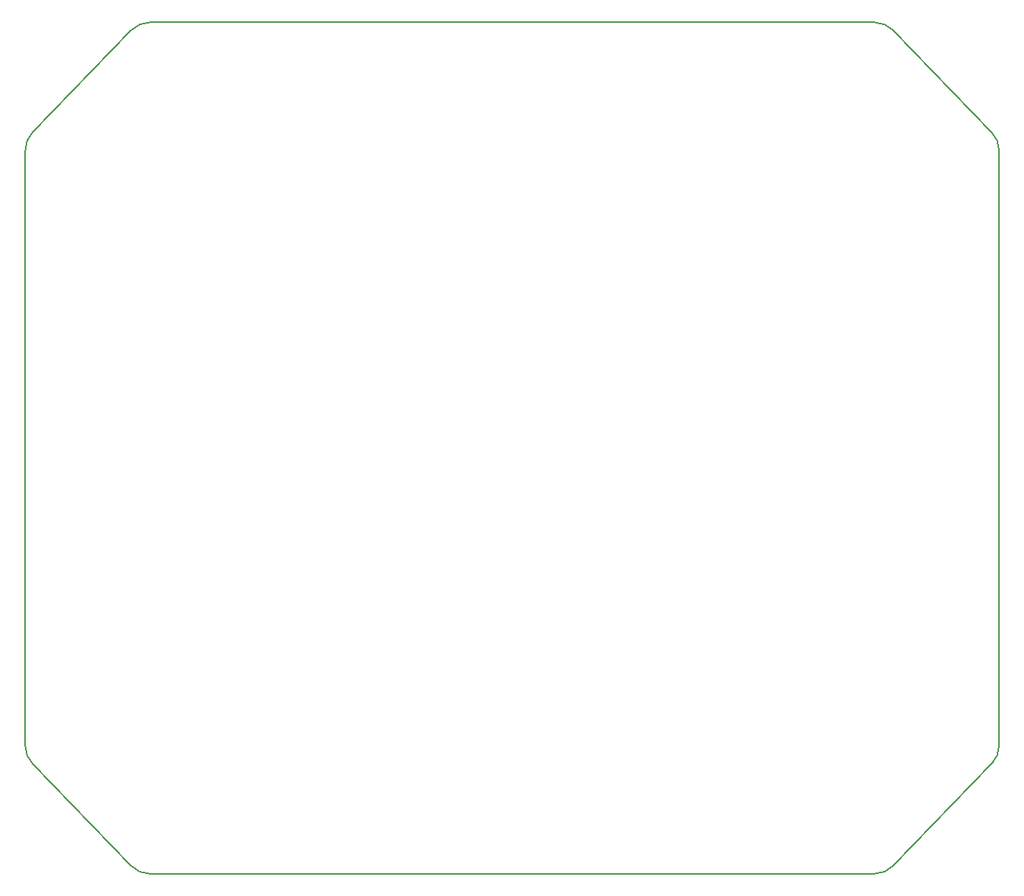
<source format=gbr>
%TF.GenerationSoftware,KiCad,Pcbnew,7.0.7*%
%TF.CreationDate,2024-02-23T14:56:57+08:00*%
%TF.ProjectId,l3,6c332e6b-6963-4616-945f-706362585858,rev?*%
%TF.SameCoordinates,Original*%
%TF.FileFunction,Profile,NP*%
%FSLAX46Y46*%
G04 Gerber Fmt 4.6, Leading zero omitted, Abs format (unit mm)*
G04 Created by KiCad (PCBNEW 7.0.7) date 2024-02-23 14:56:57*
%MOMM*%
%LPD*%
G01*
G04 APERTURE LIST*
%TA.AperFunction,Profile*%
%ADD10C,0.200000*%
%TD*%
G04 APERTURE END LIST*
D10*
X-41538670Y-49219710D02*
X41778671Y-49219711D01*
X-43696690Y47864264D02*
X-55038019Y36119974D01*
X43936708Y47864281D02*
G75*
G03*
X41778672Y48780290I-2158034J-2084061D01*
G01*
X-55880000Y34036000D02*
X-55880000Y-34475421D01*
X-55038019Y-36559395D02*
X-43696690Y-48303685D01*
X43936690Y-48303685D02*
X55278020Y-36559396D01*
X-43696696Y-48303690D02*
G75*
G03*
X-41538670Y-49219710I2158070J2084110D01*
G01*
X55278020Y36119975D02*
X43936690Y47864264D01*
X41778671Y-49219687D02*
G75*
G03*
X43936690Y-48303685I103J2999807D01*
G01*
X56119979Y34035999D02*
G75*
G03*
X55278020Y36119975I-3000005J21D01*
G01*
X-55880019Y-34475421D02*
G75*
G03*
X-55038018Y-36559394I3000293J141D01*
G01*
X41778672Y48780290D02*
X-41538670Y48780290D01*
X55278015Y-36559391D02*
G75*
G03*
X56120001Y-34475420I-2157841J2083911D01*
G01*
X-55038034Y36119989D02*
G75*
G03*
X-55880000Y34036000I2157808J-2083869D01*
G01*
X56120001Y-34475420D02*
X56120001Y34035999D01*
X-41538670Y48780330D02*
G75*
G03*
X-43696690Y47864264I44J-3000010D01*
G01*
M02*

</source>
